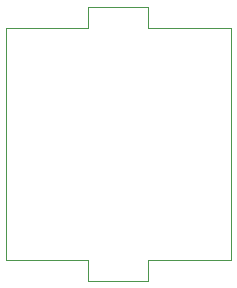
<source format=gm1>
G04 #@! TF.GenerationSoftware,KiCad,Pcbnew,(5.1.8)-1*
G04 #@! TF.CreationDate,2022-02-17T23:19:15+01:00*
G04 #@! TF.ProjectId,Vertical Rotary Encoder,56657274-6963-4616-9c20-526f74617279,rev?*
G04 #@! TF.SameCoordinates,Original*
G04 #@! TF.FileFunction,Profile,NP*
%FSLAX46Y46*%
G04 Gerber Fmt 4.6, Leading zero omitted, Abs format (unit mm)*
G04 Created by KiCad (PCBNEW (5.1.8)-1) date 2022-02-17 23:19:15*
%MOMM*%
%LPD*%
G01*
G04 APERTURE LIST*
G04 #@! TA.AperFunction,Profile*
%ADD10C,0.050000*%
G04 #@! TD*
G04 APERTURE END LIST*
D10*
X138550000Y-132374000D02*
X138550000Y-134174000D01*
X143630000Y-132374000D02*
X143630000Y-134174000D01*
X138550000Y-134174000D02*
X143630000Y-134174000D01*
X143630000Y-112774000D02*
X150615000Y-112774000D01*
X143630000Y-110974000D02*
X138550000Y-110974000D01*
X143630000Y-112774000D02*
X143630000Y-110974000D01*
X138550000Y-112774000D02*
X138550000Y-110974000D01*
X131565000Y-112774000D02*
X138550000Y-112774000D01*
X131565000Y-132374000D02*
X138550000Y-132374000D01*
X131565000Y-112774000D02*
X131565000Y-132374000D01*
X150615000Y-132374000D02*
X150615000Y-112774000D01*
X143630000Y-132374000D02*
X150615000Y-132374000D01*
M02*

</source>
